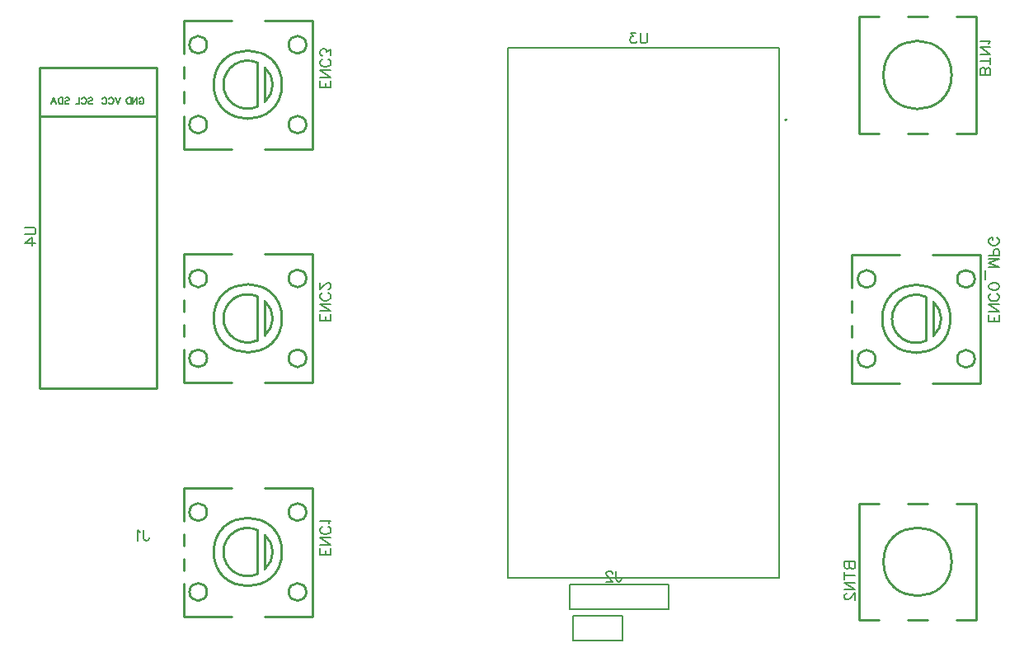
<source format=gbo>
G04 Layer: BottomSilkscreenLayer*
G04 EasyEDA v6.5.42, 2024-03-15 07:08:18*
G04 07cce05110d743cda764b2ea28b01f41,76978c21ee6b45f5ab94bb382069c2cd,10*
G04 Gerber Generator version 0.2*
G04 Scale: 100 percent, Rotated: No, Reflected: No *
G04 Dimensions in millimeters *
G04 leading zeros omitted , absolute positions ,4 integer and 5 decimal *
%FSLAX45Y45*%
%MOMM*%

%ADD10C,0.1524*%
%ADD11C,0.2032*%
%ADD12C,0.2540*%
%ADD13C,0.1270*%
%ADD14C,0.2030*%
%ADD15C,0.1999*%
%ADD16C,0.0143*%

%LPD*%
D10*
X10091544Y-3530498D02*
G01*
X9982441Y-3530498D01*
X10091544Y-3530498D02*
G01*
X10091544Y-3462957D01*
X10039591Y-3530498D02*
G01*
X10039591Y-3488933D01*
X9982441Y-3530498D02*
G01*
X9982441Y-3462957D01*
X10091544Y-3428667D02*
G01*
X9982441Y-3428667D01*
X10091544Y-3428667D02*
G01*
X9982441Y-3355931D01*
X10091544Y-3355931D02*
G01*
X9982441Y-3355931D01*
X10065567Y-3243709D02*
G01*
X10075959Y-3248903D01*
X10086350Y-3259294D01*
X10091544Y-3269686D01*
X10091544Y-3290468D01*
X10086350Y-3300859D01*
X10075959Y-3311250D01*
X10065567Y-3316444D01*
X10049979Y-3321641D01*
X10024003Y-3321641D01*
X10008417Y-3316444D01*
X9998026Y-3311250D01*
X9987635Y-3300859D01*
X9982441Y-3290468D01*
X9982441Y-3269686D01*
X9987635Y-3259294D01*
X9998026Y-3248903D01*
X10008417Y-3243709D01*
X10091544Y-3178246D02*
G01*
X10086350Y-3193834D01*
X10070762Y-3204222D01*
X10044785Y-3209419D01*
X10029200Y-3209419D01*
X10003221Y-3204222D01*
X9987635Y-3193834D01*
X9982441Y-3178246D01*
X9982441Y-3167854D01*
X9987635Y-3152269D01*
X10003221Y-3141878D01*
X10029200Y-3136684D01*
X10044785Y-3136684D01*
X10070762Y-3141878D01*
X10086350Y-3152269D01*
X10091544Y-3167854D01*
X10091544Y-3178246D01*
X9946071Y-3102394D02*
G01*
X9946071Y-3008873D01*
X10091544Y-2974583D02*
G01*
X9982441Y-2974583D01*
X10091544Y-2974583D02*
G01*
X9982441Y-2933021D01*
X10091544Y-2891457D02*
G01*
X9982441Y-2933021D01*
X10091544Y-2891457D02*
G01*
X9982441Y-2891457D01*
X10091544Y-2857167D02*
G01*
X9982441Y-2857167D01*
X10091544Y-2857167D02*
G01*
X10091544Y-2810408D01*
X10086350Y-2794822D01*
X10081153Y-2789626D01*
X10070762Y-2784431D01*
X10055176Y-2784431D01*
X10044785Y-2789626D01*
X10039591Y-2794822D01*
X10034394Y-2810408D01*
X10034394Y-2857167D01*
X10065567Y-2672209D02*
G01*
X10075959Y-2677403D01*
X10086350Y-2687794D01*
X10091544Y-2698186D01*
X10091544Y-2718968D01*
X10086350Y-2729359D01*
X10075959Y-2739750D01*
X10065567Y-2744944D01*
X10049979Y-2750141D01*
X10024003Y-2750141D01*
X10008417Y-2744944D01*
X9998026Y-2739750D01*
X9987635Y-2729359D01*
X9982441Y-2718968D01*
X9982441Y-2698186D01*
X9987635Y-2687794D01*
X9998026Y-2677403D01*
X10008417Y-2672209D01*
X10024003Y-2672209D01*
X10024003Y-2698186D02*
G01*
X10024003Y-2672209D01*
X3226940Y-5925286D02*
G01*
X3117837Y-5925286D01*
X3226940Y-5925286D02*
G01*
X3226940Y-5857745D01*
X3174987Y-5925286D02*
G01*
X3174987Y-5883722D01*
X3117837Y-5925286D02*
G01*
X3117837Y-5857745D01*
X3226940Y-5823455D02*
G01*
X3117837Y-5823455D01*
X3226940Y-5823455D02*
G01*
X3117837Y-5750720D01*
X3226940Y-5750720D02*
G01*
X3117837Y-5750720D01*
X3200963Y-5638497D02*
G01*
X3211355Y-5643692D01*
X3221746Y-5654083D01*
X3226940Y-5664474D01*
X3226940Y-5685256D01*
X3221746Y-5695647D01*
X3211355Y-5706038D01*
X3200963Y-5711233D01*
X3185375Y-5716430D01*
X3159399Y-5716430D01*
X3143813Y-5711233D01*
X3133422Y-5706038D01*
X3123031Y-5695647D01*
X3117837Y-5685256D01*
X3117837Y-5664474D01*
X3123031Y-5654083D01*
X3133422Y-5643692D01*
X3143813Y-5638497D01*
X3206158Y-5604207D02*
G01*
X3211355Y-5593816D01*
X3226940Y-5578231D01*
X3117837Y-5578231D01*
X3226940Y-3525291D02*
G01*
X3117837Y-3525291D01*
X3226940Y-3525291D02*
G01*
X3226940Y-3457750D01*
X3174987Y-3525291D02*
G01*
X3174987Y-3483726D01*
X3117837Y-3525291D02*
G01*
X3117837Y-3457750D01*
X3226940Y-3423460D02*
G01*
X3117837Y-3423460D01*
X3226940Y-3423460D02*
G01*
X3117837Y-3350724D01*
X3226940Y-3350724D02*
G01*
X3117837Y-3350724D01*
X3200963Y-3238502D02*
G01*
X3211355Y-3243696D01*
X3221746Y-3254087D01*
X3226940Y-3264479D01*
X3226940Y-3285261D01*
X3221746Y-3295652D01*
X3211355Y-3306043D01*
X3200963Y-3311237D01*
X3185375Y-3316434D01*
X3159399Y-3316434D01*
X3143813Y-3311237D01*
X3133422Y-3306043D01*
X3123031Y-3295652D01*
X3117837Y-3285261D01*
X3117837Y-3264479D01*
X3123031Y-3254087D01*
X3133422Y-3243696D01*
X3143813Y-3238502D01*
X3200963Y-3199015D02*
G01*
X3206158Y-3199015D01*
X3216549Y-3193821D01*
X3221746Y-3188627D01*
X3226940Y-3178235D01*
X3226940Y-3157453D01*
X3221746Y-3147062D01*
X3216549Y-3141865D01*
X3206158Y-3136671D01*
X3195767Y-3136671D01*
X3185375Y-3141865D01*
X3169790Y-3152256D01*
X3117837Y-3204212D01*
X3117837Y-3131477D01*
X3226940Y-1125296D02*
G01*
X3117837Y-1125296D01*
X3226940Y-1125296D02*
G01*
X3226940Y-1057755D01*
X3174987Y-1125296D02*
G01*
X3174987Y-1083731D01*
X3117837Y-1125296D02*
G01*
X3117837Y-1057755D01*
X3226940Y-1023465D02*
G01*
X3117837Y-1023465D01*
X3226940Y-1023465D02*
G01*
X3117837Y-950729D01*
X3226940Y-950729D02*
G01*
X3117837Y-950729D01*
X3200963Y-838507D02*
G01*
X3211355Y-843701D01*
X3221746Y-854092D01*
X3226940Y-864483D01*
X3226940Y-885266D01*
X3221746Y-895657D01*
X3211355Y-906048D01*
X3200963Y-911242D01*
X3185375Y-916439D01*
X3159399Y-916439D01*
X3143813Y-911242D01*
X3133422Y-906048D01*
X3123031Y-895657D01*
X3117837Y-885266D01*
X3117837Y-864483D01*
X3123031Y-854092D01*
X3133422Y-843701D01*
X3143813Y-838507D01*
X3226940Y-793826D02*
G01*
X3226940Y-736676D01*
X3185375Y-767849D01*
X3185375Y-752261D01*
X3180181Y-741870D01*
X3174987Y-736676D01*
X3159399Y-731481D01*
X3149008Y-731481D01*
X3133422Y-736676D01*
X3123031Y-747067D01*
X3117837Y-762652D01*
X3117837Y-778240D01*
X3123031Y-793826D01*
X3128225Y-799020D01*
X3138617Y-804217D01*
X6477000Y-565277D02*
G01*
X6477000Y-643254D01*
X6471920Y-658748D01*
X6461506Y-669162D01*
X6445758Y-674243D01*
X6435343Y-674243D01*
X6419850Y-669162D01*
X6409436Y-658748D01*
X6404356Y-643254D01*
X6404356Y-565277D01*
X6359652Y-565277D02*
G01*
X6302502Y-565277D01*
X6333490Y-606932D01*
X6317995Y-606932D01*
X6307581Y-612012D01*
X6302502Y-617093D01*
X6297168Y-632840D01*
X6297168Y-643254D01*
X6302502Y-658748D01*
X6312915Y-669162D01*
X6328409Y-674243D01*
X6343904Y-674243D01*
X6359652Y-669162D01*
X6364731Y-664082D01*
X6370065Y-653669D01*
X87884Y-2565400D02*
G01*
X165862Y-2565400D01*
X181355Y-2570479D01*
X191770Y-2580894D01*
X196850Y-2596642D01*
X196850Y-2607055D01*
X191770Y-2622550D01*
X181355Y-2632963D01*
X165862Y-2638044D01*
X87884Y-2638044D01*
X87884Y-2724404D02*
G01*
X160528Y-2672334D01*
X160528Y-2750312D01*
X87884Y-2724404D02*
G01*
X196850Y-2724404D01*
D11*
X1259263Y-1246802D02*
G01*
X1262311Y-1240452D01*
X1268661Y-1234102D01*
X1275011Y-1230800D01*
X1287965Y-1230800D01*
X1294315Y-1234102D01*
X1300665Y-1240452D01*
X1303713Y-1246802D01*
X1307015Y-1256200D01*
X1307015Y-1272202D01*
X1303713Y-1281600D01*
X1300665Y-1288204D01*
X1294315Y-1294554D01*
X1287965Y-1297602D01*
X1275011Y-1297602D01*
X1268661Y-1294554D01*
X1262311Y-1288204D01*
X1259263Y-1281600D01*
X1259263Y-1272202D01*
X1275011Y-1272202D02*
G01*
X1259263Y-1272202D01*
X1238181Y-1230800D02*
G01*
X1238181Y-1297602D01*
X1238181Y-1230800D02*
G01*
X1193731Y-1297602D01*
X1193731Y-1230800D02*
G01*
X1193731Y-1297602D01*
X1172649Y-1230800D02*
G01*
X1172649Y-1297602D01*
X1172649Y-1230800D02*
G01*
X1150297Y-1230800D01*
X1140899Y-1234102D01*
X1134549Y-1240452D01*
X1131247Y-1246802D01*
X1128199Y-1256200D01*
X1128199Y-1272202D01*
X1131247Y-1281600D01*
X1134549Y-1288204D01*
X1140899Y-1294554D01*
X1150297Y-1297602D01*
X1172649Y-1297602D01*
X1066413Y-1230797D02*
G01*
X1041013Y-1297599D01*
X1015613Y-1230797D02*
G01*
X1041013Y-1297599D01*
X946779Y-1246799D02*
G01*
X950081Y-1240449D01*
X956431Y-1234099D01*
X962781Y-1230797D01*
X975481Y-1230797D01*
X981831Y-1234099D01*
X988181Y-1240449D01*
X991483Y-1246799D01*
X994531Y-1256451D01*
X994531Y-1272199D01*
X991483Y-1281851D01*
X988181Y-1288201D01*
X981831Y-1294551D01*
X975481Y-1297599D01*
X962781Y-1297599D01*
X956431Y-1294551D01*
X950081Y-1288201D01*
X946779Y-1281851D01*
X878199Y-1246799D02*
G01*
X881247Y-1240449D01*
X887597Y-1234099D01*
X893947Y-1230797D01*
X906647Y-1230797D01*
X912997Y-1234099D01*
X919347Y-1240449D01*
X922649Y-1246799D01*
X925951Y-1256451D01*
X925951Y-1272199D01*
X922649Y-1281851D01*
X919347Y-1288201D01*
X912997Y-1294551D01*
X906647Y-1297599D01*
X893947Y-1297599D01*
X887597Y-1294551D01*
X881247Y-1288201D01*
X878199Y-1281851D01*
X495614Y-1240200D02*
G01*
X501964Y-1233850D01*
X511616Y-1230802D01*
X524316Y-1230802D01*
X533714Y-1233850D01*
X540318Y-1240200D01*
X540318Y-1246804D01*
X537016Y-1253154D01*
X533714Y-1256202D01*
X527364Y-1259504D01*
X508314Y-1265854D01*
X501964Y-1268902D01*
X498916Y-1272204D01*
X495614Y-1278554D01*
X495614Y-1287952D01*
X501964Y-1294302D01*
X511616Y-1297604D01*
X524316Y-1297604D01*
X533714Y-1294302D01*
X540318Y-1287952D01*
X474532Y-1230802D02*
G01*
X474532Y-1297604D01*
X474532Y-1230802D02*
G01*
X452434Y-1230802D01*
X442782Y-1233850D01*
X436432Y-1240200D01*
X433384Y-1246804D01*
X430082Y-1256202D01*
X430082Y-1272204D01*
X433384Y-1281602D01*
X436432Y-1287952D01*
X442782Y-1294302D01*
X452434Y-1297604D01*
X474532Y-1297604D01*
X383600Y-1230802D02*
G01*
X409000Y-1297604D01*
X383600Y-1230802D02*
G01*
X358200Y-1297604D01*
X399602Y-1275252D02*
G01*
X367852Y-1275252D01*
X736216Y-1240449D02*
G01*
X742566Y-1234099D01*
X751964Y-1230797D01*
X764664Y-1230797D01*
X774316Y-1234099D01*
X780666Y-1240449D01*
X780666Y-1246799D01*
X777364Y-1253149D01*
X774316Y-1256197D01*
X767966Y-1259499D01*
X748916Y-1265849D01*
X742566Y-1268897D01*
X739264Y-1272199D01*
X736216Y-1278549D01*
X736216Y-1287947D01*
X742566Y-1294551D01*
X751964Y-1297599D01*
X764664Y-1297599D01*
X774316Y-1294551D01*
X780666Y-1287947D01*
X667382Y-1246799D02*
G01*
X670684Y-1240449D01*
X677034Y-1234099D01*
X683384Y-1230797D01*
X696084Y-1230797D01*
X702434Y-1234099D01*
X708784Y-1240449D01*
X711832Y-1246799D01*
X715134Y-1256197D01*
X715134Y-1272199D01*
X711832Y-1281597D01*
X708784Y-1287947D01*
X702434Y-1294551D01*
X696084Y-1297599D01*
X683384Y-1297599D01*
X677034Y-1294551D01*
X670684Y-1287947D01*
X667382Y-1281597D01*
X646300Y-1230797D02*
G01*
X646300Y-1297599D01*
X646300Y-1297599D02*
G01*
X608200Y-1297599D01*
D10*
X10002393Y-999997D02*
G01*
X9893427Y-999997D01*
X10002393Y-999997D02*
G01*
X10002393Y-953262D01*
X9997313Y-937768D01*
X9991979Y-932434D01*
X9981565Y-927354D01*
X9971150Y-927354D01*
X9960736Y-932434D01*
X9955656Y-937768D01*
X9950577Y-953262D01*
X9950577Y-999997D02*
G01*
X9950577Y-953262D01*
X9945243Y-937768D01*
X9940163Y-932434D01*
X9929749Y-927354D01*
X9914000Y-927354D01*
X9903586Y-932434D01*
X9898506Y-937768D01*
X9893427Y-953262D01*
X9893427Y-999997D01*
X10002393Y-856487D02*
G01*
X9893427Y-856487D01*
X10002393Y-893063D02*
G01*
X10002393Y-820165D01*
X10002393Y-785876D02*
G01*
X9893427Y-785876D01*
X10002393Y-785876D02*
G01*
X9893427Y-713231D01*
X10002393Y-713231D02*
G01*
X9893427Y-713231D01*
X9981565Y-678942D02*
G01*
X9986899Y-668528D01*
X10002393Y-653034D01*
X9893427Y-653034D01*
X8501761Y-5999987D02*
G01*
X8610727Y-5999987D01*
X8501761Y-5999987D02*
G01*
X8501761Y-6046723D01*
X8506840Y-6062218D01*
X8512175Y-6067552D01*
X8522588Y-6072631D01*
X8533002Y-6072631D01*
X8543416Y-6067552D01*
X8548497Y-6062218D01*
X8553577Y-6046723D01*
X8553577Y-5999987D02*
G01*
X8553577Y-6046723D01*
X8558911Y-6062218D01*
X8563990Y-6067552D01*
X8574404Y-6072631D01*
X8590152Y-6072631D01*
X8600566Y-6067552D01*
X8605647Y-6062218D01*
X8610727Y-6046723D01*
X8610727Y-5999987D01*
X8501761Y-6143497D02*
G01*
X8610727Y-6143497D01*
X8501761Y-6106921D02*
G01*
X8501761Y-6179820D01*
X8501761Y-6214110D02*
G01*
X8610727Y-6214110D01*
X8501761Y-6214110D02*
G01*
X8610727Y-6286754D01*
X8501761Y-6286754D02*
G01*
X8610727Y-6286754D01*
X8527668Y-6326378D02*
G01*
X8522588Y-6326378D01*
X8512175Y-6331457D01*
X8506840Y-6336537D01*
X8501761Y-6346952D01*
X8501761Y-6367779D01*
X8506840Y-6378194D01*
X8512175Y-6383528D01*
X8522588Y-6388607D01*
X8533002Y-6388607D01*
X8543416Y-6383528D01*
X8558911Y-6373113D01*
X8610727Y-6321044D01*
X8610727Y-6393687D01*
X1306829Y-5675884D02*
G01*
X1306829Y-5758942D01*
X1312163Y-5774689D01*
X1317244Y-5779770D01*
X1327657Y-5784850D01*
X1338071Y-5784850D01*
X1348486Y-5779770D01*
X1353820Y-5774689D01*
X1358900Y-5758942D01*
X1358900Y-5748528D01*
X1272539Y-5696712D02*
G01*
X1262379Y-5691378D01*
X1246631Y-5675884D01*
X1246631Y-5784850D01*
X6158229Y-6094984D02*
G01*
X6158229Y-6178042D01*
X6163563Y-6193789D01*
X6168643Y-6198870D01*
X6179058Y-6203950D01*
X6189472Y-6203950D01*
X6199886Y-6198870D01*
X6205220Y-6193789D01*
X6210300Y-6178042D01*
X6210300Y-6167628D01*
X6118859Y-6120892D02*
G01*
X6118859Y-6115812D01*
X6113779Y-6105397D01*
X6108445Y-6100063D01*
X6098031Y-6094984D01*
X6077204Y-6094984D01*
X6066790Y-6100063D01*
X6061709Y-6105397D01*
X6056629Y-6115812D01*
X6056629Y-6126226D01*
X6061709Y-6136639D01*
X6072124Y-6152134D01*
X6123940Y-6203950D01*
X6051295Y-6203950D01*
D12*
X9414603Y-3680198D02*
G01*
X9414603Y-3330199D01*
X9339605Y-3730198D02*
G01*
X9339605Y-3280199D01*
X9899604Y-4165198D02*
G01*
X9899604Y-2845201D01*
X9899604Y-2845201D02*
G01*
X9408888Y-2845201D01*
X9070322Y-2845201D02*
G01*
X8579606Y-2845201D01*
X9899604Y-4165198D02*
G01*
X9408888Y-4165198D01*
X9070322Y-4165198D02*
G01*
X8579606Y-4165198D01*
X8579606Y-4165198D02*
G01*
X8579606Y-3827536D01*
X8579606Y-3690863D02*
G01*
X8579606Y-3573536D01*
X8579606Y-3436863D02*
G01*
X8579606Y-3319536D01*
X8579606Y-3182863D02*
G01*
X8579606Y-2845201D01*
X2549999Y-6074986D02*
G01*
X2549999Y-5724987D01*
X2475001Y-6124986D02*
G01*
X2475001Y-5674987D01*
X3035000Y-6559986D02*
G01*
X3035000Y-5239989D01*
X3035000Y-5239989D02*
G01*
X2544284Y-5239989D01*
X2205718Y-5239989D02*
G01*
X1715002Y-5239989D01*
X3035000Y-6559986D02*
G01*
X2544284Y-6559986D01*
X2205718Y-6559986D02*
G01*
X1715002Y-6559986D01*
X1715002Y-6559986D02*
G01*
X1715002Y-6222324D01*
X1715002Y-6085652D02*
G01*
X1715002Y-5968324D01*
X1715002Y-5831652D02*
G01*
X1715002Y-5714324D01*
X1715002Y-5577652D02*
G01*
X1715002Y-5239989D01*
X2549999Y-3674991D02*
G01*
X2549999Y-3324992D01*
X2475001Y-3724991D02*
G01*
X2475001Y-3274992D01*
X3035000Y-4159991D02*
G01*
X3035000Y-2839994D01*
X3035000Y-2839994D02*
G01*
X2544284Y-2839994D01*
X2205718Y-2839994D02*
G01*
X1715002Y-2839994D01*
X3035000Y-4159991D02*
G01*
X2544284Y-4159991D01*
X2205718Y-4159991D02*
G01*
X1715002Y-4159991D01*
X1715002Y-4159991D02*
G01*
X1715002Y-3822329D01*
X1715002Y-3685656D02*
G01*
X1715002Y-3568329D01*
X1715002Y-3431656D02*
G01*
X1715002Y-3314329D01*
X1715002Y-3177656D02*
G01*
X1715002Y-2839994D01*
X2549999Y-1274996D02*
G01*
X2549999Y-924996D01*
X2475001Y-1324996D02*
G01*
X2475001Y-874996D01*
X3035000Y-1759996D02*
G01*
X3035000Y-439999D01*
X3035000Y-439999D02*
G01*
X2544284Y-439999D01*
X2205718Y-439999D02*
G01*
X1715002Y-439999D01*
X3035000Y-1759996D02*
G01*
X2544284Y-1759996D01*
X2205718Y-1759996D02*
G01*
X1715002Y-1759996D01*
X1715002Y-1759996D02*
G01*
X1715002Y-1422333D01*
X1715002Y-1285661D02*
G01*
X1715002Y-1168333D01*
X1715002Y-1031661D02*
G01*
X1715002Y-914333D01*
X1715002Y-777661D02*
G01*
X1715002Y-439999D01*
D13*
X5043906Y-6161481D02*
G01*
X7833893Y-6161481D01*
X7833893Y-6161481D02*
G01*
X7833893Y-721487D01*
X5043906Y-721487D01*
X5043906Y-6161481D01*
D12*
X1438147Y-920750D02*
G01*
X238252Y-920750D01*
X238201Y-920800D02*
G01*
X238201Y-4220794D01*
X238201Y-4220794D02*
G01*
X1438198Y-4220794D01*
X1438198Y-920800D01*
X1438198Y-920800D02*
G01*
X1438198Y-1420799D01*
X238201Y-1420799D01*
X9352076Y-1599996D02*
G01*
X9152077Y-1599996D01*
X9352076Y-399999D02*
G01*
X9152077Y-399999D01*
X9652076Y-1599996D02*
G01*
X9852075Y-1599996D01*
X9852075Y-399999D01*
X9652076Y-399999D01*
X8852077Y-1599996D02*
G01*
X8652078Y-1599996D01*
X8652078Y-399999D01*
X8852077Y-399999D01*
X9152077Y-5399989D02*
G01*
X9352076Y-5399989D01*
X9152077Y-6599986D02*
G01*
X9352076Y-6599986D01*
X8852077Y-5399989D02*
G01*
X8652078Y-5399989D01*
X8652078Y-6599986D01*
X8852077Y-6599986D01*
X9652076Y-5399989D02*
G01*
X9852075Y-5399989D01*
X9852075Y-6599986D01*
X9652076Y-6599986D01*
D14*
X5715000Y-6553200D02*
G01*
X6032500Y-6553200D01*
D11*
X5715000Y-6553200D02*
G01*
X5715000Y-6807200D01*
X6223000Y-6807200D01*
X6223000Y-6553200D01*
X6032500Y-6553200D01*
X5676900Y-6235700D02*
G01*
X5676900Y-6489700D01*
X6692900Y-6489700D01*
X6692900Y-6235700D01*
X6502400Y-6235700D01*
D14*
X5676900Y-6235700D02*
G01*
X6502400Y-6235700D01*
D12*
G75*
G01*
X9339605Y-3280199D02*
G03*
X9339605Y-3730198I-102895J-225000D01*
G75*
G01*
X9414604Y-3680198D02*
G03*
X9414604Y-3330199I-150902J174999D01*
G75*
G01*
X2475001Y-5674987D02*
G03*
X2475001Y-6124986I-102895J-225000D01*
G75*
G01*
X2550000Y-6074987D02*
G03*
X2550000Y-5724987I-150902J175000D01*
G75*
G01*
X2475001Y-3274992D02*
G03*
X2475001Y-3724991I-102895J-225000D01*
G75*
G01*
X2550000Y-3674991D02*
G03*
X2550000Y-3324992I-150902J174999D01*
G75*
G01*
X2475001Y-874997D02*
G03*
X2475001Y-1324996I-102895J-225000D01*
G75*
G01*
X2550000Y-1274996D02*
G03*
X2550000Y-924997I-150902J174999D01*
D15*
G75*
G01*
X7888884Y-1460500D02*
G02*
X7888910Y-1460932I10001J372D01*
D12*
G75*
G01
X9839757Y-3095193D02*
G03X9839757Y-3095193I-90145J0D01*
G75*
G01
X9839757Y-3915207D02*
G03X9839757Y-3915207I-90145J0D01*
G75*
G01
X8819744Y-3095193D02*
G03X8819744Y-3095193I-90145J0D01*
G75*
G01
X8819744Y-3915207D02*
G03X8819744Y-3915207I-90145J0D01*
G75*
G01
X9589592Y-3504997D02*
G03X9589592Y-3504997I-350139J0D01*
G75*
G01
X2975153Y-5489981D02*
G03X2975153Y-5489981I-90145J0D01*
G75*
G01
X2975153Y-6309995D02*
G03X2975153Y-6309995I-90145J0D01*
G75*
G01
X1955140Y-5489981D02*
G03X1955140Y-5489981I-90145J0D01*
G75*
G01
X1955140Y-6309995D02*
G03X1955140Y-6309995I-90145J0D01*
G75*
G01
X2724988Y-5899785D02*
G03X2724988Y-5899785I-350139J0D01*
G75*
G01
X2975153Y-3089986D02*
G03X2975153Y-3089986I-90145J0D01*
G75*
G01
X2975153Y-3910000D02*
G03X2975153Y-3910000I-90145J0D01*
G75*
G01
X1955140Y-3089986D02*
G03X1955140Y-3089986I-90145J0D01*
G75*
G01
X1955140Y-3910000D02*
G03X1955140Y-3910000I-90145J0D01*
G75*
G01
X2724988Y-3499790D02*
G03X2724988Y-3499790I-350139J0D01*
G75*
G01
X2975153Y-689991D02*
G03X2975153Y-689991I-90145J0D01*
G75*
G01
X2975153Y-1510005D02*
G03X2975153Y-1510005I-90145J0D01*
G75*
G01
X1955140Y-689991D02*
G03X1955140Y-689991I-90145J0D01*
G75*
G01
X1955140Y-1510005D02*
G03X1955140Y-1510005I-90145J0D01*
G75*
G01
X2724988Y-1099795D02*
G03X2724988Y-1099795I-350139J0D01*
G75*
G01
X9602089Y-999998D02*
G03X9602089Y-999998I-350012J0D01*
G75*
G01
X9602089Y-5999988D02*
G03X9602089Y-5999988I-350012J0D01*
M02*

</source>
